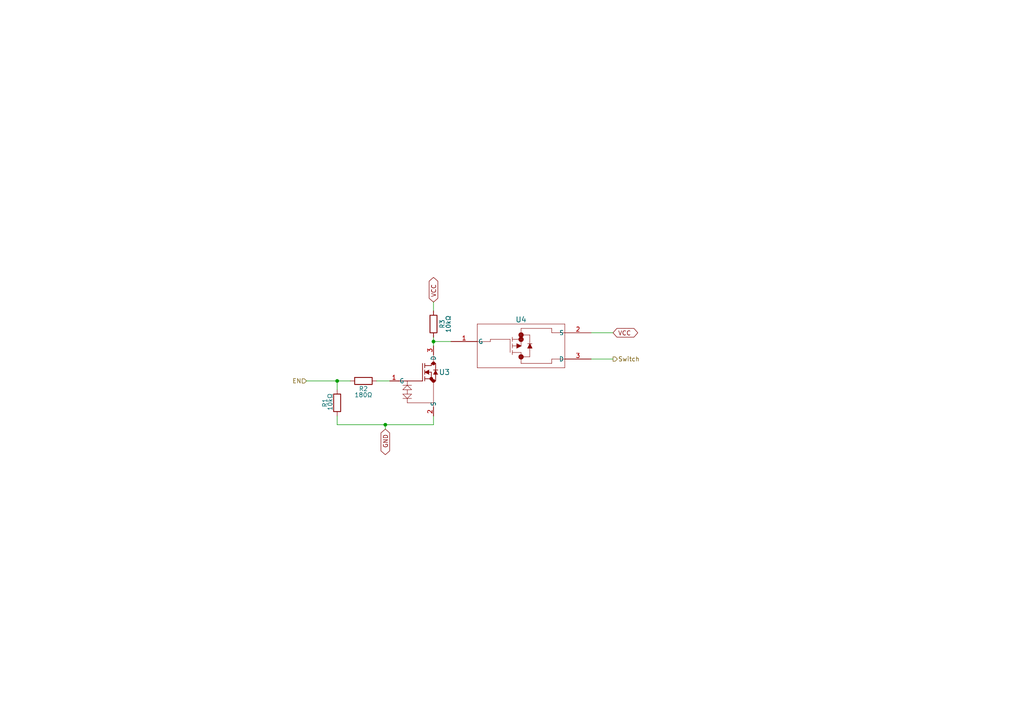
<source format=kicad_sch>
(kicad_sch (version 20231120) (generator "eeschema") (generator_version "8.0")
  (paper "A4")
  (lib_symbols
    (symbol "2024-05-30_19-44-23:2N7002K-T1-GE3" (pin_names (offset 0.254))
      (property "Reference" "Q" (at 19.05 17.145 0))
      (property "Value" "2N7002K-T1-GE3" (at 19.05 12.7 0))
      (symbol "2N7002K-T1-GE3_0_1"
        (polyline (pts (xy 2.54 0) (xy 9.525 0)) (stroke (width 0.2032)))
        (polyline (pts (xy 3.81 -5.08) (xy 6.35 -5.08)) (stroke (width 0.127)))
        (polyline (pts (xy 3.81 -2.54) (xy 6.35 -2.54)) (stroke (width 0.127)))
        (polyline (pts (xy 3.81 -1.27) (xy 6.35 -1.27)) (stroke (width 0.127)))
        (polyline (pts (xy 5.08 -6.35) (xy 12.7 -6.35)) (stroke (width 0.127)))
        (polyline (pts (xy 5.08 -5.08) (xy 3.81 -3.81)) (stroke (width 0.127)))
        (polyline (pts (xy 5.08 -5.08) (xy 5.08 -6.35)) (stroke (width 0.127)))
        (polyline (pts (xy 5.08 -3.81) (xy 3.81 -3.81)) (stroke (width 0.127)))
        (polyline (pts (xy 5.08 -3.81) (xy 6.35 -3.81)) (stroke (width 0.127)))
        (polyline (pts (xy 5.08 -2.54) (xy 5.08 -3.81)) (stroke (width 0.127)))
        (polyline (pts (xy 5.08 -1.27) (xy 3.81 -2.54)) (stroke (width 0.127)))
        (polyline (pts (xy 5.08 0) (xy 5.08 -1.27)) (stroke (width 0.127)))
        (polyline (pts (xy 6.35 -3.81) (xy 5.08 -5.08)) (stroke (width 0.127)))
        (polyline (pts (xy 6.35 -2.54) (xy 5.08 -1.27)) (stroke (width 0.127)))
        (polyline (pts (xy 9.525 0) (xy 9.525 5.08)) (stroke (width 0.2032)))
        (polyline (pts (xy 10.16 0) (xy 10.16 1.27)) (stroke (width 0.2032)))
        (polyline (pts (xy 10.16 0.635) (xy 12.065 0.635)) (stroke (width 0.2032)))
        (polyline (pts (xy 10.16 1.905) (xy 10.16 3.175)) (stroke (width 0.2032)))
        (polyline (pts (xy 10.16 3.81) (xy 10.16 5.08)) (stroke (width 0.2032)))
        (polyline (pts (xy 10.16 4.445) (xy 12.065 4.445)) (stroke (width 0.2032)))
        (polyline (pts (xy 11.43 2.54) (xy 12.065 2.54)) (stroke (width 0.2032)))
        (polyline (pts (xy 12.065 0) (xy 12.065 2.54)) (stroke (width 0.2032)))
        (polyline (pts (xy 12.065 0) (xy 13.335 0)) (stroke (width 0.2032)))
        (polyline (pts (xy 12.065 4.445) (xy 12.065 5.08)) (stroke (width 0.2032)))
        (polyline (pts (xy 12.065 5.08) (xy 13.335 5.08)) (stroke (width 0.2032)))
        (polyline (pts (xy 12.7 0) (xy 12.7 -7.62)) (stroke (width 0.127)))
        (polyline (pts (xy 12.7 7.62) (xy 12.7254 5.08)) (stroke (width 0.127)))
        (polyline (pts (xy 13.335 0) (xy 13.335 1.905)) (stroke (width 0.2032)))
        (polyline (pts (xy 13.335 3.175) (xy 13.335 5.08)) (stroke (width 0.2032)))
        (polyline (pts (xy 13.97 3.175) (xy 12.7 3.175)) (stroke (width 0.2032)))
        (polyline (pts (xy 11.43 3.175) (xy 10.16 2.54) (xy 11.43 1.905)) (fill (type outline)))
        (polyline (pts (xy 13.97 1.905) (xy 12.7 1.905) (xy 13.335 3.175)) (fill (type outline)))
        (circle (center 12.065 0.635) (radius 0.0254) (stroke (width 0.508)))
        (circle (center 12.7 0) (radius 0.0254) (stroke (width 0.508)))
        (circle (center 12.7 5.08) (radius 0.0254) (stroke (width 0.508)))
        (pin unspecified line (at 0 0 0) (length 2.54) (name "G") (number "1"))
        (pin unspecified line (at 12.7 -10.16 90) (length 2.54) (name "S") (number "2"))
        (pin unspecified line (at 12.7 10.16 270) (length 2.54) (name "D") (number "3"))
      )
    )
    (symbol "2024-05-30_19-45-52:SI2307CDS-T1-BE3" (pin_names (offset 0.254))
      (property "Reference" "U" (at 20.32 10.16 0))
      (property "Value" "SI2307CDS-T1-BE3" (at 20.32 7.62 0))
      (symbol "SI2307CDS-T1-BE3_0_1"
        (polyline (pts (xy 7.62 -7.62) (xy 33.02 -7.62)) (stroke (width 0.127)))
        (polyline (pts (xy 7.62 5.08) (xy 7.62 -7.62)) (stroke (width 0.127)))
        (polyline (pts (xy 11.43 0) (xy 7.62 0)) (stroke (width 0.127)))
        (polyline (pts (xy 11.43 0.635) (xy 11.43 0)) (stroke (width 0.127)))
        (polyline (pts (xy 17.145 -3.175) (xy 17.145 0.635)) (stroke (width 0.127)))
        (polyline (pts (xy 17.145 0.635) (xy 11.43 0.635)) (stroke (width 0.127)))
        (polyline (pts (xy 17.78 -3.175) (xy 20.32 -3.175)) (stroke (width 0.127)))
        (polyline (pts (xy 17.78 -2.54) (xy 17.78 -3.81)) (stroke (width 0.127)))
        (polyline (pts (xy 17.78 -0.635) (xy 17.78 -1.905)) (stroke (width 0.127)))
        (polyline (pts (xy 17.78 0) (xy 17.78 1.27)) (stroke (width 0.127)))
        (polyline (pts (xy 17.78 0.635) (xy 20.32 0.635)) (stroke (width 0.127)))
        (polyline (pts (xy 19.05 -1.905) (xy 20.32 -1.27)) (stroke (width 0.127)))
        (polyline (pts (xy 19.05 -0.635) (xy 19.05 -1.905)) (stroke (width 0.127)))
        (polyline (pts (xy 20.32 -6.35) (xy 29.21 -6.35)) (stroke (width 0.127)))
        (polyline (pts (xy 20.32 -4.445) (xy 22.86 -4.445)) (stroke (width 0.127)))
        (polyline (pts (xy 20.32 -3.175) (xy 20.32 -6.35)) (stroke (width 0.127)))
        (polyline (pts (xy 20.32 -1.27) (xy 17.78 -1.27)) (stroke (width 0.127)))
        (polyline (pts (xy 20.32 -1.27) (xy 19.05 -0.635)) (stroke (width 0.127)))
        (polyline (pts (xy 20.32 -1.27) (xy 20.32 3.81)) (stroke (width 0.127)))
        (polyline (pts (xy 20.32 3.81) (xy 29.21 3.81)) (stroke (width 0.127)))
        (polyline (pts (xy 22.225 -1.905) (xy 23.495 -1.905)) (stroke (width 0.127)))
        (polyline (pts (xy 22.225 -0.635) (xy 23.495 -0.635)) (stroke (width 0.127)))
        (polyline (pts (xy 22.86 -4.445) (xy 22.86 1.905)) (stroke (width 0.127)))
        (polyline (pts (xy 22.86 -0.635) (xy 22.225 -1.905)) (stroke (width 0.127)))
        (polyline (pts (xy 22.86 1.905) (xy 20.32 1.905)) (stroke (width 0.127)))
        (polyline (pts (xy 23.495 -1.905) (xy 22.86 -0.635)) (stroke (width 0.127)))
        (polyline (pts (xy 29.21 -5.08) (xy 29.21 -6.35)) (stroke (width 0.127)))
        (polyline (pts (xy 29.21 2.54) (xy 29.21 3.81)) (stroke (width 0.127)))
        (polyline (pts (xy 33.02 -7.62) (xy 33.02 5.08)) (stroke (width 0.127)))
        (polyline (pts (xy 33.02 -5.08) (xy 29.21 -5.08)) (stroke (width 0.127)))
        (polyline (pts (xy 33.02 2.54) (xy 29.21 2.54)) (stroke (width 0.127)))
        (polyline (pts (xy 33.02 5.08) (xy 7.62 5.08)) (stroke (width 0.127)))
        (polyline (pts (xy 19.05 -0.635) (xy 20.32 -1.27) (xy 19.05 -1.905)) (fill (type outline)))
        (polyline (pts (xy 22.225 -1.905) (xy 23.495 -1.905) (xy 22.86 -0.635)) (fill (type outline)))
        (circle (center 20.32 -4.445) (radius 0.127) (stroke (width 0.635)))
        (circle (center 20.32 0.635) (radius 0.127) (stroke (width 0.635)))
        (circle (center 20.32 1.905) (radius 0.127) (stroke (width 0.635)))
        (pin unspecified line (at 0 0 0) (length 7.62) (name "G") (number "1"))
        (pin unspecified line (at 40.64 2.54 180) (length 7.62) (name "S") (number "2"))
        (pin unspecified line (at 40.64 -5.08 180) (length 7.62) (name "D") (number "3"))
      )
    )
    (symbol "Device:R" (pin_numbers hide) (pin_names (offset 0))
      (property "Reference" "R" (at 2.032 0 90))
      (property "Value" "R" (at 0 0 90))
      (symbol "R_0_1"
        (rectangle (start -1.016 -2.54) (end 1.016 2.54) (stroke (width 0.254)))
      )
      (symbol "R_1_1"
        (pin passive line (at 0 3.81 270) (length 1.27) (name "~") (number "1"))
        (pin passive line (at 0 -3.81 90) (length 1.27) (name "~") (number "2"))
      )
    )
  )
  (junction (at 111.76 123.19))
  (junction (at 97.79 110.49))
  (junction (at 125.73 99.06))
  (wire (pts (xy 97.79 120.65) (xy 97.79 123.19)))
  (wire (pts (xy 171.45 104.14) (xy 177.8 104.14)))
  (wire (pts (xy 125.73 99.06) (xy 130.81 99.06)))
  (wire (pts (xy 97.79 123.19) (xy 111.76 123.19)))
  (wire (pts (xy 97.79 110.49) (xy 97.79 113.03)))
  (wire (pts (xy 125.73 120.65) (xy 125.73 123.19)))
  (wire (pts (xy 109.22 110.49) (xy 113.03 110.49)))
  (wire (pts (xy 171.45 96.52) (xy 177.8 96.52)))
  (wire (pts (xy 88.9 110.49) (xy 97.79 110.49)))
  (wire (pts (xy 125.73 97.79) (xy 125.73 99.06)))
  (wire (pts (xy 111.76 123.19) (xy 111.76 124.46)))
  (wire (pts (xy 101.6 110.49) (xy 97.79 110.49)))
  (wire (pts (xy 125.73 87.63) (xy 125.73 90.17)))
  (wire (pts (xy 125.73 99.06) (xy 125.73 100.33)))
  (wire (pts (xy 111.76 123.19) (xy 125.73 123.19)))
  (global_label "VCC" (shape bidirectional) (at 177.8 96.52 0) (property "Intersheetrefs" "${INTERSHEET_REFS}" (effects (hide yes))))
  (global_label "VCC" (shape bidirectional) (at 125.73 87.63 90) (property "Intersheetrefs" "${INTERSHEET_REFS}" (effects (hide yes))))
  (global_label "GND" (shape bidirectional) (at 111.76 124.46 270) (property "Intersheetrefs" "${INTERSHEET_REFS}" (effects (hide yes))))
  (hierarchical_label "EN" (shape input) (at 88.9 110.49 180))
  (hierarchical_label "Switch" (shape output) (at 177.8 104.14 0))
  (symbol (lib_id "2024-05-30_19-44-23:2N7002K-T1-GE3") (at 113.03 110.49 0) (unit 1)
    (property "Reference" "U3" (at 127.254 107.95 0) (effects (font (size 1.524 1.524)) (justify left)))
    (property "Value" "2N7002K-T1-GE3" (effects (hide yes)))
    (property "Footprint" "footprints:SOT_02K-T1-GE3_VIS" (effects (hide yes)))
    (property "Datasheet" "2N7002K-T1-GE3" (effects (hide yes)))
  )
  (symbol (lib_id "Device:R") (at 105.41 110.49 90) (unit 1)
    (property "Reference" "R2" (at 105.41 112.776 90))
    (property "Value" "180Ω" (at 105.41 114.554 90))
    (property "Footprint" "Resistor_SMD:R_0805_2012Metric_Pad1.20x1.40mm_HandSolder" (effects (hide yes)))
    (property "Description" "Resistor" (effects (hide yes)))
  )
  (symbol (lib_id "2024-05-30_19-45-52:SI2307CDS-T1-BE3") (at 130.81 99.06 0) (unit 1)
    (property "Reference" "U4" (at 151.13 92.71 0) (effects (font (size 1.524 1.524))))
    (property "Value" "SI2307CDS-T1-BE3" (effects (hide yes)))
    (property "Footprint" "footprints:SOT-23_VIS" (effects (hide yes)))
    (property "Datasheet" "SI2307CDS-T1-BE3" (effects (hide yes)))
  )
  (symbol (lib_id "Device:R") (at 97.79 116.84 0) (unit 1)
    (property "Reference" "R1" (at 94.234 116.84 90))
    (property "Value" "10kΩ" (at 95.758 116.586 90))
    (property "Footprint" "Resistor_SMD:R_0805_2012Metric_Pad1.20x1.40mm_HandSolder" (effects (hide yes)))
    (property "Description" "Resistor" (effects (hide yes)))
  )
  (symbol (lib_id "Device:R") (at 125.73 93.98 180) (unit 1)
    (property "Reference" "R3" (at 128.27 93.98 90))
    (property "Value" "10kΩ" (at 130.048 93.98 90))
    (property "Footprint" "Resistor_SMD:R_0805_2012Metric_Pad1.20x1.40mm_HandSolder" (effects (hide yes)))
    (property "Description" "Resistor" (effects (hide yes)))
  )
)
</source>
